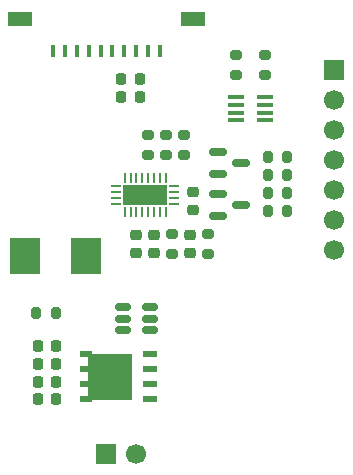
<source format=gbr>
%TF.GenerationSoftware,KiCad,Pcbnew,9.0.4*%
%TF.CreationDate,2025-10-02T13:36:02-04:00*%
%TF.ProjectId,MPPT-dev,4d505054-2d64-4657-962e-6b696361645f,rev?*%
%TF.SameCoordinates,Original*%
%TF.FileFunction,Soldermask,Top*%
%TF.FilePolarity,Negative*%
%FSLAX46Y46*%
G04 Gerber Fmt 4.6, Leading zero omitted, Abs format (unit mm)*
G04 Created by KiCad (PCBNEW 9.0.4) date 2025-10-02 13:36:02*
%MOMM*%
%LPD*%
G01*
G04 APERTURE LIST*
G04 Aperture macros list*
%AMRoundRect*
0 Rectangle with rounded corners*
0 $1 Rounding radius*
0 $2 $3 $4 $5 $6 $7 $8 $9 X,Y pos of 4 corners*
0 Add a 4 corners polygon primitive as box body*
4,1,4,$2,$3,$4,$5,$6,$7,$8,$9,$2,$3,0*
0 Add four circle primitives for the rounded corners*
1,1,$1+$1,$2,$3*
1,1,$1+$1,$4,$5*
1,1,$1+$1,$6,$7*
1,1,$1+$1,$8,$9*
0 Add four rect primitives between the rounded corners*
20,1,$1+$1,$2,$3,$4,$5,0*
20,1,$1+$1,$4,$5,$6,$7,0*
20,1,$1+$1,$6,$7,$8,$9,0*
20,1,$1+$1,$8,$9,$2,$3,0*%
G04 Aperture macros list end*
%ADD10RoundRect,0.150000X-0.512500X-0.150000X0.512500X-0.150000X0.512500X0.150000X-0.512500X0.150000X0*%
%ADD11RoundRect,0.225000X0.225000X0.250000X-0.225000X0.250000X-0.225000X-0.250000X0.225000X-0.250000X0*%
%ADD12R,1.700000X1.700000*%
%ADD13C,1.700000*%
%ADD14RoundRect,0.225000X-0.250000X0.225000X-0.250000X-0.225000X0.250000X-0.225000X0.250000X0.225000X0*%
%ADD15R,0.400000X1.000000*%
%ADD16R,2.000000X1.300000*%
%ADD17RoundRect,0.200000X-0.275000X0.200000X-0.275000X-0.200000X0.275000X-0.200000X0.275000X0.200000X0*%
%ADD18RoundRect,0.200000X0.275000X-0.200000X0.275000X0.200000X-0.275000X0.200000X-0.275000X-0.200000X0*%
%ADD19RoundRect,0.200000X-0.200000X-0.275000X0.200000X-0.275000X0.200000X0.275000X-0.200000X0.275000X0*%
%ADD20RoundRect,0.200000X0.200000X0.275000X-0.200000X0.275000X-0.200000X-0.275000X0.200000X-0.275000X0*%
%ADD21RoundRect,0.150000X-0.587500X-0.150000X0.587500X-0.150000X0.587500X0.150000X-0.587500X0.150000X0*%
%ADD22R,0.254000X0.812800*%
%ADD23R,0.812800X0.254000*%
%ADD24R,3.759200X1.752600*%
%ADD25R,2.565400X3.149600*%
%ADD26R,1.320800X0.381000*%
%ADD27R,1.270000X0.610000*%
%ADD28R,3.810000X3.910000*%
%ADD29R,1.020000X0.610000*%
G04 APERTURE END LIST*
D10*
%TO.C,U1*%
X141102500Y-103418600D03*
X141102500Y-104368600D03*
X141102500Y-105318600D03*
X143377500Y-105318600D03*
X143377500Y-104368600D03*
X143377500Y-103418600D03*
%TD*%
D11*
%TO.C,C9*%
X135445800Y-111201200D03*
X133895800Y-111201200D03*
%TD*%
D12*
%TO.C,J3*%
X159004000Y-83312000D03*
D13*
X159004000Y-85852000D03*
X159004000Y-88392000D03*
X159004000Y-90932000D03*
X159004000Y-93472000D03*
X159004000Y-96012000D03*
X159004000Y-98552000D03*
%TD*%
D14*
%TO.C,C3*%
X143756001Y-97269000D03*
X143756001Y-98819000D03*
%TD*%
D15*
%TO.C,J1*%
X144200000Y-81682000D03*
X143200000Y-81682000D03*
X142200000Y-81682000D03*
X141200000Y-81682000D03*
X140200000Y-81682000D03*
X139200000Y-81682000D03*
X138200000Y-81682000D03*
X137200000Y-81682000D03*
X136200000Y-81682000D03*
X135200000Y-81682000D03*
D16*
X147000000Y-78982000D03*
X132400000Y-78982000D03*
%TD*%
D14*
%TO.C,C6*%
X146804001Y-97269000D03*
X146804001Y-98819000D03*
%TD*%
D11*
%TO.C,C1*%
X142507000Y-85598000D03*
X140957000Y-85598000D03*
%TD*%
%TO.C,C7*%
X135445800Y-106705400D03*
X133895800Y-106705400D03*
%TD*%
D17*
%TO.C,R1*%
X144780000Y-88837000D03*
X144780000Y-90487000D03*
%TD*%
D18*
%TO.C,R2*%
X146304000Y-90487000D03*
X146304000Y-88837000D03*
%TD*%
D19*
%TO.C,R4*%
X153353000Y-92202000D03*
X155003000Y-92202000D03*
%TD*%
D17*
%TO.C,R6*%
X153085800Y-82050001D03*
X153085800Y-83700001D03*
%TD*%
D20*
%TO.C,R8*%
X155003000Y-93726000D03*
X153353000Y-93726000D03*
%TD*%
D21*
%TO.C,D2*%
X149176500Y-93792000D03*
X149176500Y-95692000D03*
X151051500Y-94742000D03*
%TD*%
D11*
%TO.C,C8*%
X135445800Y-108204000D03*
X133895800Y-108204000D03*
%TD*%
D12*
%TO.C,J2*%
X139695000Y-115798600D03*
D13*
X142235000Y-115798600D03*
%TD*%
D18*
%TO.C,R7*%
X143256000Y-90487000D03*
X143256000Y-88837000D03*
%TD*%
D22*
%TO.C,U2*%
X144740000Y-92456000D03*
X144240001Y-92456000D03*
X143740002Y-92456000D03*
X143240001Y-92456000D03*
X142740001Y-92456000D03*
X142240000Y-92456000D03*
X141740001Y-92456000D03*
X141240002Y-92456000D03*
D23*
X140538901Y-93153799D03*
X140538901Y-93653800D03*
X140538901Y-94153800D03*
X140538901Y-94653801D03*
D22*
X141240002Y-95351600D03*
X141740001Y-95351600D03*
X142240000Y-95351600D03*
X142740001Y-95351600D03*
X143240001Y-95351600D03*
X143740002Y-95351600D03*
X144240001Y-95351600D03*
X144740000Y-95351600D03*
D23*
X145441101Y-94653801D03*
X145441101Y-94153800D03*
X145441101Y-93653800D03*
X145441101Y-93153799D03*
D24*
X142990001Y-93903800D03*
%TD*%
D14*
%TO.C,C4*%
X142232001Y-97269000D03*
X142232001Y-98819000D03*
%TD*%
D20*
%TO.C,R3*%
X155003000Y-90678000D03*
X153353000Y-90678000D03*
%TD*%
D19*
%TO.C,R10*%
X133744200Y-103860600D03*
X135394200Y-103860600D03*
%TD*%
D14*
%TO.C,C5*%
X147066000Y-93636800D03*
X147066000Y-95186800D03*
%TD*%
D11*
%TO.C,C2*%
X142507000Y-84074000D03*
X140957000Y-84074000D03*
%TD*%
D17*
%TO.C,R12*%
X145280001Y-97219000D03*
X145280001Y-98869000D03*
%TD*%
D19*
%TO.C,R9*%
X153353000Y-95250000D03*
X155003000Y-95250000D03*
%TD*%
D25*
%TO.C,L1*%
X137939401Y-99060000D03*
X132808601Y-99060000D03*
%TD*%
D17*
%TO.C,R11*%
X148328001Y-97219000D03*
X148328001Y-98869000D03*
%TD*%
%TO.C,R5*%
X150698200Y-82050001D03*
X150698200Y-83700001D03*
%TD*%
D26*
%TO.C,U3*%
X153085800Y-87588998D03*
X153085800Y-86939000D03*
X153085800Y-86289000D03*
X153085800Y-85639002D03*
X150698200Y-85639002D03*
X150698200Y-86289000D03*
X150698200Y-86939000D03*
X150698200Y-87588998D03*
%TD*%
D27*
%TO.C,Q13*%
X143394201Y-111175800D03*
X143394200Y-109905800D03*
X143394200Y-108635800D03*
X143394201Y-107365800D03*
D28*
X140034200Y-109270800D03*
D29*
X137929200Y-111175800D03*
X137929200Y-109905800D03*
X137929200Y-108635800D03*
X137929200Y-107365800D03*
%TD*%
D11*
%TO.C,C10*%
X135445800Y-109702600D03*
X133895800Y-109702600D03*
%TD*%
D21*
%TO.C,D1*%
X149176500Y-90236000D03*
X149176500Y-92136000D03*
X151051500Y-91186000D03*
%TD*%
M02*

</source>
